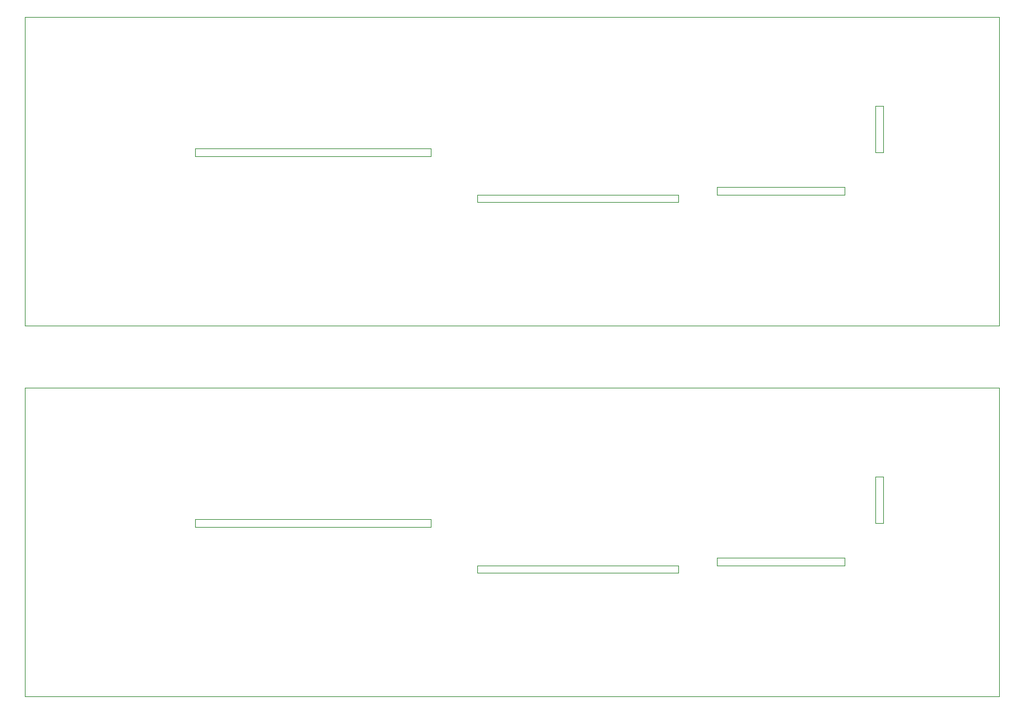
<source format=gbr>
G04 #@! TF.GenerationSoftware,KiCad,Pcbnew,(5.0.0)*
G04 #@! TF.CreationDate,2019-02-27T15:58:09+02:00*
G04 #@! TF.ProjectId,tp_x2_EKA,74705F78325F454B412E6B696361645F,3*
G04 #@! TF.SameCoordinates,Original*
G04 #@! TF.FileFunction,Profile,NP*
%FSLAX46Y46*%
G04 Gerber Fmt 4.6, Leading zero omitted, Abs format (unit mm)*
G04 Created by KiCad (PCBNEW (5.0.0)) date 02/27/19 15:58:09*
%MOMM*%
%LPD*%
G01*
G04 APERTURE LIST*
%ADD10C,0.100000*%
G04 APERTURE END LIST*
D10*
X200000000Y-118000000D02*
X183500000Y-118000000D01*
X204000000Y-112500000D02*
X205000000Y-112500000D01*
X200000000Y-117000000D02*
X200000000Y-118000000D01*
X205000000Y-106500000D02*
X205000000Y-112500000D01*
X204000000Y-106500000D02*
X205000000Y-106500000D01*
X183500000Y-118000000D02*
X183500000Y-117000000D01*
X152500000Y-119000000D02*
X152500000Y-118000000D01*
X178500000Y-119000000D02*
X152500000Y-119000000D01*
X178500000Y-118000000D02*
X178500000Y-119000000D01*
X152500000Y-118000000D02*
X178500000Y-118000000D01*
X116000000Y-112000000D02*
X116000000Y-113000000D01*
X146500000Y-113000000D02*
X116000000Y-113000000D01*
X146500000Y-112000000D02*
X146500000Y-113000000D01*
X116000000Y-112000000D02*
X146500000Y-112000000D01*
X220000000Y-135000000D02*
X94000000Y-135000000D01*
X94000000Y-95000000D02*
X220000000Y-95000000D01*
X220000000Y-95000000D02*
X220000000Y-135000000D01*
X204000000Y-112500000D02*
X204000000Y-106500000D01*
X183500000Y-117000000D02*
X200000000Y-117000000D01*
X94000000Y-135000000D02*
X94000000Y-95000000D01*
X204000000Y-64500000D02*
X205000000Y-64500000D01*
X200000000Y-69000000D02*
X200000000Y-70000000D01*
X183500000Y-70000000D02*
X183500000Y-69000000D01*
X200000000Y-70000000D02*
X183500000Y-70000000D01*
X205000000Y-58500000D02*
X205000000Y-64500000D01*
X204000000Y-58500000D02*
X205000000Y-58500000D01*
X204000000Y-64500000D02*
X204000000Y-58500000D01*
X183500000Y-69000000D02*
X200000000Y-69000000D01*
X152500000Y-71000000D02*
X152500000Y-70000000D01*
X178500000Y-71000000D02*
X152500000Y-71000000D01*
X178500000Y-70000000D02*
X178500000Y-71000000D01*
X152500000Y-70000000D02*
X178500000Y-70000000D01*
X116000000Y-64000000D02*
X116000000Y-65000000D01*
X146500000Y-65000000D02*
X116000000Y-65000000D01*
X146500000Y-64000000D02*
X146500000Y-65000000D01*
X116000000Y-64000000D02*
X146500000Y-64000000D01*
X94000000Y-87000000D02*
X94000000Y-47000000D01*
X220000000Y-87000000D02*
X94000000Y-87000000D01*
X220000000Y-47000000D02*
X220000000Y-87000000D01*
X94000000Y-47000000D02*
X220000000Y-47000000D01*
M02*

</source>
